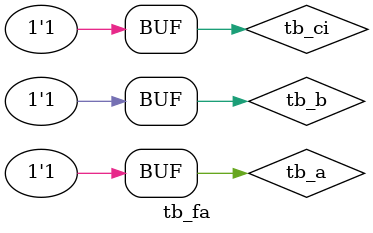
<source format=v>
`timescale 1ns/100ps

module tb_fa;
	
	reg tb_ci, tb_a, tb_b;
	wire tb_co, tb_s;
	
	//named mapping
	fa U0_fa(
		.ci (tb_ci),
		.a (tb_a),
		.b (tb_b),
		.co (tb_co),
		.s (tb_s)
		);
	
	initial begin
		 tb_ci = 0; tb_a = 0; tb_b = 0;
	#10;tb_ci = 0; tb_a = 0; tb_b = 1;
	#10;tb_ci = 0; tb_a = 1; tb_b = 0;
	#10;tb_ci = 0; tb_a = 1; tb_b = 1;
	#10;tb_ci = 1; tb_a = 0; tb_b = 0;
	#10;tb_ci = 1; tb_a = 0; tb_b = 1;
	#10;tb_ci = 1; tb_a = 1; tb_b = 0;
	#10;tb_ci = 1; tb_a = 1; tb_b = 1;
	#10;
	end
endmodule

</source>
